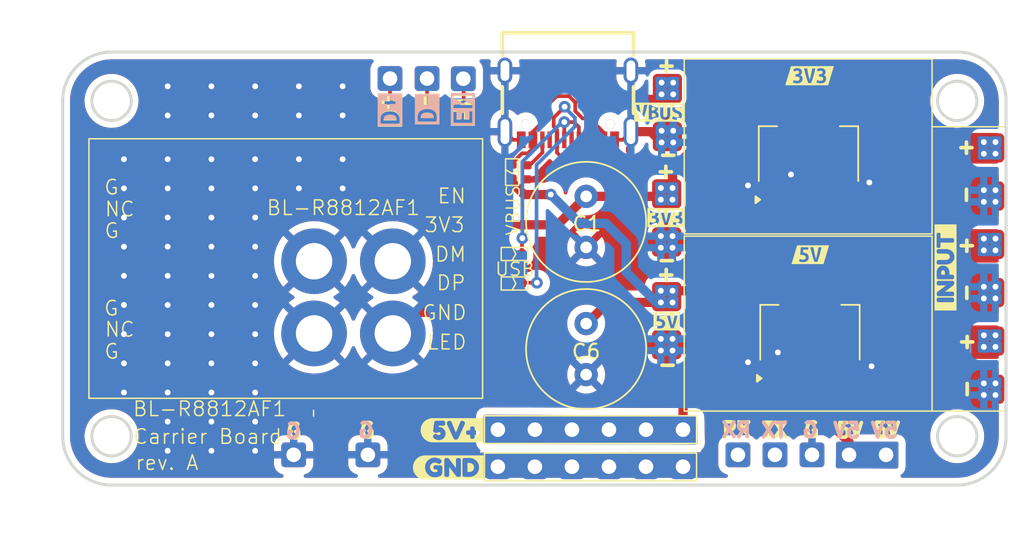
<source format=kicad_pcb>
(kicad_pcb (version 20240108) (generator "pcbnew") (generator_version "8.0")
  (title_block (title "BL-R8812AF1 Carrier Board") (date "2024-11-10") (rev "A") (company "Victor Krook"))
  (layers (0 "F.Cu" signal) (31 "B.Cu" signal) (34 "B.Paste" user) (35 "F.Paste" user) (36 "B.SilkS" user "B.Silkscreen") (37 "F.SilkS" user "F.Silkscreen") (38 "B.Mask" user) (39 "F.Mask" user) (44 "Edge.Cuts" user))
  (net 0 "")
  (net 1 "GND")
  (net 2 "+3V3")
  (net 3 "Net-(D2-A)")
  (net 4 "Net-(U3-LED)")
  (net 6 "PWR_DOWN")
  (net 7 "USB_DM-")
  (net 9 "USB_DP+")
  (net 10 "VBAT")
  (net 11 "+5V")
  (net 12 "VBUS")
  (net 13 "Net-(U1-CC2)")
  (net 14 "Net-(U1-CC1)")
  (net 17 "Net-(JP2-A)")
  (net 18 "Net-(JP3-A)")
  (net 19 "/TX0")
  (net 20 "/RX0")
  (footprint "custom:C_0603_1608Metric_NoSilk" (layer "F.Cu") (at 155.775 116.125 -90)
    (property "Reference" "C5" (hide yes))
    (property "Value" "10uF")
  )
  (footprint "custom:PinHeader_1x06_P2.54mm_Vertical_NoSilk_Rounded" (layer "F.Cu") (at 138.645 122.55 90)
    (property "Reference" "J7" (hide yes))
    (property "Value" "5V Rail" (hide yes))
  )
  (footprint "custom:Conn_2_Bat_2mm" (layer "F.Cu") (at 172.375 103.225)
    (property "Reference" "J4" (hide yes))
    (property "Value" "INPUT" (hide yes))
  )
  (footprint "kibuzzard-6730915D" (layer "F.Cu") (at 150.175 108)
    (property "Reference" "kibuzzard-6730915D" (hide yes))
    (property "Value" "G***" (hide yes))
  )
  (footprint "custom:BL-R8812AF1" (layer "F.Cu") (at 110.6 120.4 90)
    (property "Reference" "U3" (hide yes))
    (property "Value" "BL-R8812AF1" (hide yes))
  )
  (footprint "kibuzzard-6730916A" (layer "F.Cu") (at 160.025 98.275)
    (property "Reference" "kibuzzard-6730916A" (hide yes))
    (property "Value" "G***" (hide yes))
  )
  (footprint "custom:C_0603_1608Metric_NoSilk" (layer "F.Cu") (at 164.1 103.75 -90)
    (property "Reference" "C2" (hide yes))
    (property "Value" "10uF")
  )
  (footprint "custom:LED_0603_1608Metric_NoSilk" (layer "F.Cu") (at 126.255 121.425)
    (property "Reference" "D2" (hide yes))
    (property "Value" "RED")
  )
  (footprint "custom:C_0402_1005Metric_NoSilk" (layer "F.Cu") (at 128.605 121.425 180)
    (property "Reference" "R2" (hide yes))
    (property "Value" "1k" (hide yes))
  )
  (footprint "Package_TO_SOT_SMD:SOT-223-3_TabPin2" (layer "F.Cu") (at 160.05 115.9 90)
    (property "Reference" "U5" (hide yes))
    (property "Value" "AMS1117-5.0")
  )
  (footprint "kibuzzard-67308EFF" (layer "F.Cu") (at 133.8 100.55 90)
    (property "Reference" "kibuzzard-67308EFF" (hide yes))
    (property "Value" "G***" (hide yes))
  )
  (footprint "kibuzzard-672E2B4A" (layer "F.Cu") (at 160.075 110.55)
    (property "Reference" "kibuzzard-672E2B4A" (hide yes))
    (property "Value" "G***" (hide yes))
  )
  (footprint "Capacitor_THT:C_Radial_D8.0mm_H11.5mm_P3.50mm" (layer "F.Cu") (at 144.7 106.55 -90)
    (property "Reference" "C1")
    (property "Value" "470uF")
  )
  (footprint "custom:PinHeader_1x01_P2.54mm_Vertical_NoSilk_Rounded" (layer "F.Cu") (at 136.275 98.48)
    (property "Reference" "J11" (hide yes))
    (property "Value" "PWR ENABLE" (hide yes))
  )
  (footprint "custom:PinHeader_1x02_P2.54mm_Vertical_NoSilk_Rounded" (layer "F.Cu") (at 131.25 98.47 90)
    (property "Reference" "J10" (hide yes))
    (property "Value" "USB Pads" (hide yes))
  )
  (footprint "kibuzzard-6730913E" (layer "F.Cu") (at 149.7 100.775)
    (property "Reference" "kibuzzard-6730913E" (hide yes))
    (property "Value" "G***" (hide yes))
  )
  (footprint "custom:Conn_2_Bat_2mm" (layer "F.Cu") (at 172.375 116.475)
    (property "Reference" "J3" (hide yes))
    (property "Value" "INPUT" (hide yes))
  )
  (footprint "custom:C_0402_1005Metric_NoSilk" (layer "F.Cu") (at 140.65 104.9 90)
    (property "Reference" "R1" (hide yes))
    (property "Value" "5.11k" (hide yes))
  )
  (footprint "custom:Conn_2_Bat_2mm" (layer "F.Cu") (at 150.225 113.425)
    (property "Reference" "J5" (hide yes))
    (property "Value" "PWR_5V" (hide yes))
  )
  (footprint "custom:Conn_2_Bat_2mm" (layer "F.Cu") (at 150.275 99.15)
    (property "Reference" "J9" (hide yes))
    (property "Value" "PWR_VBUS" (hide yes))
  )
  (footprint "custom:PinHeader_1x02_P2.54mm_Vertical_NoSilk_Rounded" (layer "F.Cu") (at 155.11 124.275 90)
    (property "Reference" "J14" (hide yes))
    (property "Value" "PI_UART" (hide yes))
  )
  (footprint "easyeda2kicad:USB-SMD_GT-USB-7010AN" (layer "F.Cu") (at 143.45 100.3 180)
    (property "Reference" "U1" (hide yes))
    (property "Value" "GT-USB-7010AN")
  )
  (footprint "custom:C_0603_1608Metric_NoSilk" (layer "F.Cu") (at 164.25 116.3 -90)
    (property "Reference" "C4" (hide yes))
    (property "Value" "10uF")
  )
  (footprint "kibuzzard-67308EE8" (layer "F.Cu") (at 131.25 100.65 90)
    (property "Reference" "kibuzzard-67308EE8" (hide yes))
    (property "Value" "G***" (hide yes))
  )
  (footprint "kibuzzard-673096CA" (layer "F.Cu") (at 169.35 111.425 90)
    (property "Reference" "kibuzzard-673096CA" (hide yes))
    (property "Value" "G***" (hide yes))
  )
  (footprint "kibuzzard-67308F0B" (layer "F.Cu") (at 136.25 100.6 90)
    (property "Reference" "kibuzzard-67308F0B" (hide yes))
    (property "Value" "G***" (hide yes))
  )
  (footprint "custom:PinHeader_1x01_P2.54mm_Vertical_NoSilk_Rounded" (layer "F.Cu") (at 129.73 124.275 180)
    (property "Reference" "J13" (hide yes))
    (property "Value" "PI_GND" (hide yes))
  )
  (footprint "custom:C_0603_1608Metric_NoSilk" (layer "F.Cu") (at 155.8 103.95 -90)
    (property "Reference" "C3" (hide yes))
    (property "Value" "10uF")
  )
  (footprint "Package_TO_SOT_SMD:SOT-223-3_TabPin2" (layer "F.Cu") (at 159.95 103.65 90)
    (property "Reference" "U4" (hide yes))
    (property "Value" "AMS1117-3.3")
  )
  (footprint "Capacitor_THT:C_Radial_D8.0mm_H11.5mm_P3.50mm" (layer "F.Cu") (at 144.7 115.275 -90)
    (property "Reference" "C6")
    (property "Value" "470uF")
  )
  (footprint "custom:Conn_2_Bat_2mm" (layer "F.Cu") (at 150.225 106.375)
    (property "Reference" "J6" (hide yes))
    (property "Value" "PWR_3V3" (hide yes))
  )
  (footprint "custom:PinHeader_1x03_P2.54mm_Vertical_NoSilk_Rounded" (layer "F.Cu") (at 165.27 124.275 -90)
    (property "Reference" "J12" (hide yes))
    (property "Value" "PI_5V_GND" (hide yes))
  )
  (footprint "custom:PinHeader_1x01_P2.54mm_Vertical_NoSilk_Rounded" (layer "F.Cu") (at 124.64 124.275 180)
    (property "Reference" "J1" (hide yes))
    (property "Value" "PI_GND" (hide yes))
  )
  (footprint "custom:Solder_Bridge_SMD_Small" (layer "F.Cu") (at 139.625 104.85 -90)
    (property "Reference" "JP1" (hide yes))
    (property "Value" "Jumper_2_Small_Open")
  )
  (footprint "custom:Conn_2_Bat_2mm" (layer "F.Cu") (at 172.375 109.85)
    (property "Reference" "J2" (hide yes))
    (property "Value" "INPUT" (hide yes))
  )
  (footprint "kibuzzard-67309175" (layer "F.Cu") (at 150.225 115.1)
    (property "Reference" "kibuzzard-67309175" (hide yes))
    (property "Value" "G***" (hide yes))
  )
  (footprint "custom:PinHeader_1x06_P2.54mm_Vertical_NoSilk_Rounded" (layer "F.Cu") (at 138.645 125.09 90)
    (property "Reference" "J8" (hide yes))
    (property "Value" "GND Rail" (hide yes))
  )
  (footprint "custom:C_0402_1005Metric_NoSilk" (layer "F.Cu") (at 147.2 103.95 180)
    (property "Reference" "R4" (hide yes))
    (property "Value" "5.11k" (hide yes))
  )
  (footprint "kibuzzard-672F1164" (layer "F.Cu") (at 135.495 122.59)
    (property "Reference" "kibuzzard-672F1164" (hide yes))
    (property "Value" "G***" (hide yes))
  )
  (footprint "kibuzzard-672F1160" (layer "F.Cu") (at 135.245 125.14)
    (property "Reference" "kibuzzard-672F1160" (hide yes))
    (property "Value" "G***" (hide yes))
  )
  (footprint "custom:Solder_Bridge_SMD_Small" (layer "F.Cu") (at 139.825 112.5 180)
    (property "Reference" "JP3" (hide yes))
    (property "Value" "Jumper_2_Small_Open")
  )
  (footprint "custom:Solder_Bridge_SMD_Small" (layer "F.Cu") (at 139.825 110.5 180)
    (property "Reference" "JP2" (hide yes))
    (property "Value" "Jumper_2_Small_Open")
  )
  (footprint "kibuzzard-67308EE8" (layer "B.Cu") (at 131.25 100.61 90)
    (property "Reference" "kibuzzard-67308EE8" (hide yes))
    (property "Value" "G***" (hide yes))
  )
  (footprint "kibuzzard-67308F0B" (layer "B.Cu") (at 136.25 100.57 90)
    (property "Reference" "kibuzzard-67308F0B" (hide yes))
    (property "Value" "G***" (hide yes))
  )
  (footprint "kibuzzard-67308EFF" (layer "B.Cu") (at 133.8 100.57 90)
    (property "Reference" "kibuzzard-67308EFF" (hide yes))
    (property "Value" "G***" (hide yes))
  )
  (gr_rect (start 151.425 97.125) (end 168.425 109.125) (stroke (width 0.1)) (fill none) (layer "F.SilkS"))
  (gr_line (start 139.175 104.725) (end 139.625 104.975) (stroke (width 0.1)) (layer "F.SilkS"))
  (gr_line (start 139.875 110.5) (end 139.65 110.05) (stroke (width 0.1)) (layer "F.SilkS"))
  (gr_rect (start 138.875 110.05) (end 140.7 110.95) (stroke (width 0.1)) (fill none) (layer "F.SilkS"))
  (gr_line (start 173.4125 121.275) (end 168.4375 121.275) (stroke (width 0.1)) (layer "F.SilkS"))
  (gr_line (start 139.625 104.975) (end 140.075 104.75) (stroke (width 0.1)) (layer "F.SilkS"))
  (gr_rect (start 137.725 124.15) (end 152.275 126.05) (stroke (width 0.1)) (fill none) (layer "F.SilkS"))
  (gr_line (start 139.875 112.525) (end 139.65 112.075) (stroke (width 0.1)) (layer "F.SilkS"))
  (gr_rect (start 137.725 121.6) (end 152.275 123.5) (stroke (width 0.1)) (fill none) (layer "F.SilkS"))
  (gr_line (start 139.625 110.95) (end 139.875 110.5) (stroke (width 0.1)) (layer "F.SilkS"))
  (gr_rect (start 139.175 103.975) (end 140.075 105.8) (stroke (width 0.1)) (fill none) (layer "F.SilkS"))
  (gr_rect (start 151.425 109.275) (end 168.425 121.275) (stroke (width 0.1)) (fill none) (layer "F.SilkS"))
  (gr_rect (start 138.875 112.075) (end 140.7 112.975) (stroke (width 0.1)) (fill none) (layer "F.SilkS"))
  (gr_line (start 173.4 101.775) (end 168.425 101.775) (stroke (width 0.1)) (layer "F.SilkS"))
  (gr_line (start 139.625 112.975) (end 139.875 112.525) (stroke (width 0.1)) (layer "F.SilkS"))
  (gr_line (start 112.149999 126.349999) (end 170.15 126.349999) (stroke (width 0.2)) (layer "Edge.Cuts"))
  (gr_circle (center 112.15 122.999999) (end 113.5 122.999999) (stroke (width 0.2)) (fill none) (layer "Edge.Cuts"))
  (gr_arc (start 170.15 96.649999) (mid 172.518808 97.631191) (end 173.5 99.999999) (stroke (width 0.2)) (layer "Edge.Cuts"))
  (gr_arc (start 112.149999 126.349999) (mid 109.781192 125.368807) (end 108.8 123) (stroke (width 0.2)) (layer "Edge.Cuts"))
  (gr_circle (center 170.15 122.999999) (end 171.5 122.999999) (stroke (width 0.2)) (fill none) (layer "Edge.Cuts"))
  (gr_line (start 173.5 122.999999) (end 173.5 99.999999) (stroke (width 0.2)) (layer "Edge.Cuts"))
  (gr_line (start 108.8 100) (end 108.8 123) (stroke (width 0.2)) (layer "Edge.Cuts"))
  (gr_line (start 170.15 96.649999) (end 112.150001 96.649999) (stroke (width 0.2)) (layer "Edge.Cuts"))
  (gr_arc (start 173.5 122.999999) (mid 172.518808 125.368807) (end 170.15 126.349999) (stroke (width 0.2)) (layer "Edge.Cuts"))
  (gr_circle (center 170.15 99.999999) (end 171.5 99.999999) (stroke (width 0.2)) (fill none) (layer "Edge.Cuts"))
  (gr_arc (start 108.8 100) (mid 109.781193 97.631192) (end 112.150001 96.649999) (stroke (width 0.2)) (layer "Edge.Cuts"))
  (gr_circle (center 112.15 99.999999) (end 113.5 99.999999) (stroke (width 0.2)) (fill none) (layer "Edge.Cuts"))
  (gr_text "G" (at 125.29 123.24 -0) (layer "B.SilkS") (effects (font (size 1 1) (thickness 0.25) (bold yes)) (justify left bottom mirror)))
  (gr_text "G" (at 130.27 123.19 -0) (layer "B.SilkS") (effects (font (size 1 1) (thickness 0.25) (bold yes)) (justify left bottom mirror)))
  (gr_text "G" (at 160.73 123.16 -0) (layer "B.SilkS") (effects (font (size 1 1) (thickness 0.25) (bold yes)) (justify left bottom mirror)))
  (gr_text "5V" (at 166.24 123.19 -0) (layer "B.SilkS") (effects (font (size 1 1) (thickness 0.25) (bold yes)) (justify left bottom mirror)))
  (gr_text "TX" (at 158.61 123.19 -0) (layer "B.SilkS") (effects (font (size 1 1) (thickness 0.25) (bold yes)) (justify left bottom mirror)))
  (gr_text "RX" (at 156.14 123.16 -0) (layer "B.SilkS") (effects (font (size 1 1) (thickness 0.25) (bold yes)) (justify left bottom mirror)))
  (gr_text "5V" (at 163.65 123.19 -0) (layer "B.SilkS") (effects (font (size 1 1) (thickness 0.25) (bold yes)) (justify left bottom mirror)))
  (gr_text "G" (at 111.6 109.49 0) (layer "F.SilkS") (effects (font (size 1 1) (thickness 0.1)) (justify left bottom)))
  (gr_text "-" (at 171.35 120.55 90) (layer "F.SilkS") (effects (font (size 1 1) (thickness 0.25) (bold yes)) (justify left bottom)))
  (gr_text "G" (at 129.025 123.2 0) (layer "F.SilkS") (effects (font (size 1 1) (thickness 0.25) (bold yes)) (justify left bottom)))
  (gr_text "+" (at 170.05 117.05 0) (layer "F.SilkS") (effects (font (size 1 1) (thickness 0.25) (bold yes)) (justify left bottom)))
  (gr_text "EN" (at 134.44 107.11 0) (layer "F.SilkS") (effects (font (size 1 1) (thickness 0.1)) (justify left bottom)))
  (gr_text "rev. A" (at 113.72 125.4 0) (layer "F.SilkS") (effects (font (size 1 1) (thickness 0.1)) (justify left bottom)))
  (gr_text "RX" (at 153.875 123.15 0) (layer "F.SilkS") (effects (font (size 1 1) (thickness 0.25) (bold yes)) (justify left bottom)))
  (gr_text "VBUS" (at 140.225 109.3 90) (layer "F.SilkS") (effects (font (size 0.9 0.9) (thickness 0.1)) (justify left bottom)))
  (gr_text "NC" (at 111.62 116.26 0) (layer "F.SilkS") (effects (font (size 1 1) (thickness 0.1)) (justify left bottom)))
  (gr_text "+" (at 150.975 111.425 180) (layer "F.SilkS") (effects (font (size 1 1) (thickness 0.25) (bold yes)) (justify left bottom)))
  (gr_text "Carrier Board" (at 113.58 123.61 0) (layer "F.SilkS") (effects (font (size 1 1) (thickness 0.1)) (justify left bottom)))
  (gr_text "NC" (at 111.62 108.01 0) (layer "F.SilkS") (effects (font (size 1 1) (thickness 0.1)) (justify left bottom)))
  (gr_text "DM" (at 134.26 111.11 0) (layer "F.SilkS") (effects (font (size 1 1) (thickness 0.1)) (justify left bottom)))
  (gr_text "-" (at 149.5 118.65 0) (layer "F.SilkS") (effects (font (size 1 1) (thickness 0.25) (bold yes)) (justify left bottom)))
  (gr_text "BL-R8812AF1" (at 113.55 121.71 0) (layer "F.SilkS") (effects (font (size 1 1) (thickness 0.1)) (justify left bottom)))
  (gr_text "DP" (at 134.37 113.07 0) (layer "F.SilkS") (effects (font (size 1 1) (thickness 0.1)) (justify left bottom)))
  (gr_text "GND" (at 133.39 115.11 0) (layer "F.SilkS") (effects (font (size 1 1) (thickness 0.1)) (justify left bottom)))
  (gr_text "5V" (at 161.7 123.2 0) (layer "F.SilkS") (effects (font (size 1 1) (thickness 0.25) (bold yes)) (justify left bottom)))
  (gr_text "G" (at 124 123.25 0) (layer "F.SilkS") (effects (font (size 1 1) (thickness 0.25) (bold yes)) (justify left bottom)))
  (gr_text "G" (at 159.5 123.15 0) (layer "F.SilkS") (effects (font (size 1 1) (thickness 0.25) (bold yes)) (justify left bottom)))
  (gr_text "3V3" (at 133.54 109.09 0) (layer "F.SilkS") (effects (font (size 1 1) (thickness 0.1)) (justify left bottom)))
  (gr_text "USB" (at 138.4 112.075 0) (layer "F.SilkS") (effects (font (size 0.9 0.9) (thickness 0.1)) (justify left bottom)))
  (gr_text "+" (at 170 103.725 0) (layer "F.SilkS") (effects (font (size 1 1) (thickness 0.25) (bold yes)) (justify left bottom)))
  (gr_text "TX" (at 156.625 123.175 0) (layer "F.SilkS") (effects (font (size 1 1) (thickness 0.25) (bold yes)) (justify left bottom)))
  (gr_text "G" (at 111.59 117.77 0) (layer "F.SilkS") (effects (font (size 1 1) (thickness 0.1)) (justify left bottom)))
  (gr_text "-" (at 149.45 111.475 0) (layer "F.SilkS") (effects (font (size 1 1) (thickness 0.25) (bold yes)) (justify left bottom)))
  (gr_text "LED" (at 133.72 117.14 0) (layer "F.SilkS") (effects (font (size 1 1) (thickness 0.1)) (justify left bottom)))
  (gr_text "+" (at 151 97.1 180) (layer "F.SilkS") (effects (font (size 1 1) (thickness 0.25) (bold yes)) (justify left bottom)))
  (gr_text "5V" (at 164.225 123.175 0) (layer "F.SilkS") (effects (font (size 1 1) (thickness 0.25) (bold yes)) (justify left bottom)))
  (gr_text "G" (at 111.57 114.81 0) (layer "F.SilkS") (effects (font (size 1 1) (thickness 0.1)) (justify left bottom)))
  (gr_text "-" (at 171.325 113.95 90) (layer "F.SilkS") (effects (font (size 1 1) (thickness 0.25) (bold yes)) (justify left bottom)))
  (gr_text "+" (at 170.025 110.45 0) (layer "F.SilkS") (effects (font (size 1 1) (thickness 0.25) (bold yes)) (justify left bottom)))
  (gr_text "-" (at 149.55 104.25 0) (layer "F.SilkS") (effects (font (size 1 1) (thickness 0.25) (bold yes)) (justify left bottom)))
  (gr_text "G" (at 111.58 106.51 0) (layer "F.SilkS") (effects (font (size 1 1) (thickness 0.1)) (justify left bottom)))
  (gr_text "-" (at 171.3 107.225 90) (layer "F.SilkS") (effects (font (size 1 1) (thickness 0.25) (bold yes)) (justify left bottom)))
  (gr_text "+" (at 150.95 104.35 180) (layer "F.SilkS") (effects (font (size 1 1) (thickness 0.25) (bold yes)) (justify left bottom)))
  (segment (start 157.65 106.15) (end 158.75 105.05) (width 0.635) (layer "F.Cu") (net 1))
  (segment (start 155.775 117.9) (end 155.8 117.925) (width 0.635) (layer "F.Cu") (net 1))
  (segment (start 139.69 102.67) (end 139.13 102.11) (width 0.254) (layer "F.Cu") (net 1))
  (segment (start 164.1 105.575) (end 164.125 105.6) (width 0.635) (layer "F.Cu") (net 1))
  (segment (start 146.65 102.67) (end 147.21 102.67) (width 0.254) (layer "F.Cu") (net 1))
  (segment (start 164.25 117.075) (end 164.25 118.175) (width 0.635) (layer "F.Cu") (net 1))
  (segment (start 157.75 117.35) (end 157.85 117.25) (width 0.635) (layer "F.Cu") (net 1))
  (segment (start 137.550001 114.500001) (end 132.890999 114.500001) (width 0.635) (layer "F.Cu") (net 1))
  (segment (start 164.25 118.175) (end 164.275 118.2) (width 0.635) (layer "F.Cu") (net 1))
  (segment (start 157.65 106.8) (end 157.65 106.15) (width 0.635) (layer "F.Cu") (net 1))
  (segment (start 140.25 102.67) (end 139.69 102.67) (width 0.254) (layer "F.Cu") (net 1))
  (segment (start 132.890999 114.500001) (end 131.441 115.95) (width 0.635) (layer "F.Cu") (net 1))
  (segment (start 155.8 104.725) (end 155.8 105.8) (width 0.635) (layer "F.Cu") (net 1))
  (segment (start 149.135 102.11) (end 147.77 102.11) (width 0.635) (layer "F.Cu") (net 1))
  (segment (start 155.775 116.9) (end 155.775 117.9) (width 0.635) (layer "F.Cu") (net 1))
  (segment (start 164.1 104.525) (end 164.1 105.575) (width 0.635) (layer "F.Cu") (net 1))
  (segment (start 147.21 102.67) (end 147.77 102.11) (width 0.254) (layer "F.Cu") (net 1))
  (segment (start 149.875 102.85) (end 149.135 102.11) (width 0.635) (layer "F.Cu") (net 1))
  (segment (start 157.75 119.05) (end 157.75 117.35) (width 0.635) (layer "F.Cu") (net 1))
  (via (at 122 101) (size 0.8) (drill 0.4) (layers "F.Cu" "B.Cu") (net 1))
  (via (at 128 106) (size 0.8) (drill 0.4) (layers "F.Cu" "B.Cu") (net 1))
  (via (at 116 112) (size 0.8) (drill 0.4) (layers "F.Cu" "B.Cu") (net 1))
  (via (at 116 120) (size 0.8) (drill 0.4) (layers "F.Cu" "B.Cu") (net 1))
  (via (at 119 116) (size 0.8) (drill 0.4) (layers "F.Cu" "B.Cu") (net 1))
  (via (at 119 114) (size 0.8) (drill 0.4) (layers "F.Cu" "B.Cu") (net 1))
  (via (at 122 120) (size 0.8) (drill 0.4) (layers "F.Cu" "B.Cu") (net 1))
  (via (at 119 99) (size 0.8) (drill 0.4) (layers "F.Cu" "B.Cu") (net 1))
  (via (at 113 104) (size 0.8) (drill 0.4) (layers "F.Cu" "B.Cu") (net 1))
  (via (at 122 122) (size 0.8) (drill 0.4) (layers "F.Cu" "B.Cu") (net 1))
  (via (at 116 110) (size 0.8) (drill 0.4) (layers "F.Cu" "B.Cu") (net 1))
  (via (at 122 118) (size 0.8) (drill 0.4) (layers "F.Cu" "B.Cu") (net 1))
  (via (at 122 108) (size 0.8) (drill 0.4) (layers "F.Cu" "B.Cu") (net 1))
  (via (at 113 106) (size 0.8) (drill 0.4) (layers "F.Cu" "B.Cu") (net 1))
  (via (at 122 124) (size 0.8) (drill 0.4) (layers "F.Cu" "B.Cu") (net 1))
  (via (at 113 120) (size 0.8) (drill 0.4) (layers "F.Cu" "B.Cu") (net 1))
  (via (at 113 108) (size 0.8) (drill 0.4) (layers "F.Cu" "B.Cu") (net 1))
  (via (at 119 118) (size 0.8) (drill 0.4) (layers "F.Cu" "B.Cu") (net 1))
  (via (at 116 118) (size 0.8) (drill 0.4) (layers "F.Cu" "B.Cu") (net 1))
  (via (at 119 104) (size 0.8) (drill 0.4) (layers "F.Cu" "B.Cu") (net 1))
  (via (at 122 99) (size 0.8) (drill 0.4) (layers "F.Cu" "B.Cu") (net 1))
  (via (at 116 104) (size 0.8) (drill 0.4) (layers "F.Cu" "B.Cu") (net 1))
  (via (at 155.8 105.8) (size 0.8) (drill 0.4) (layers "F.Cu" "B.Cu") (net 1))
  (via (at 116 106) (size 0.8) (drill 0.4) (layers "F.Cu" "B.Cu") (net 1))
  (via (at 119 106) (size 0.8) (drill 0.4) (layers "F.Cu" "B.Cu") (net 1))
  (via (at 119 110) (size 0.8) (drill 0.4) (layers "F.Cu" "B.Cu") (net 1))
  (via (at 122 104) (size 0.8) (drill 0.4) (layers "F.Cu" "B.Cu") (net 1))
  (via (at 116 99) (size 0.8) (drill 0.4) (layers "F.Cu" "B.Cu") (net 1))
  (via (at 119 108) (size 0.8) (drill 0.4) (layers "F.Cu" "B.Cu") (net 1))
  (via (at 119 122) (size 0.8) (drill 0.4) (layers "F.Cu" "B.Cu") (net 1))
  (via (at 113 110) (size 0.8) (drill 0.4) (layers "F.Cu" "B.Cu") (net 1))
  (via (at 113 116) (size 0.8) (drill 0.4) (layers "F.Cu" "B.Cu") (net 1))
  (via (at 164.275 118.2) (size 0.8) (drill 0.4) (layers "F.Cu" "B.Cu") (net 1))
  (via (at 116 116) (size 0.8) (drill 0.4) (layers "F.Cu" "B.Cu") (net 1))
  (via (at 122 112) (size 0.8) (drill 0.4) (layers "F.Cu" "B.Cu") (net 1))
  (via (at 125 106) (size 0.8) (drill 0.4) (layers "F.Cu" "B.Cu") (net 1))
  (via (at 119 120) (size 0.8) (drill 0.4) (layers "F.Cu" "B.Cu") (net 1))
  (via (at 122 116) (size 0.8) (drill 0.4) (layers "F.Cu" "B.Cu") (net 1))
  (via (at 113 112) (size 0.8) (drill 0.4) (layers "F.Cu" "B.Cu") (net 1))
  (via (at 119 124) (size 0.8) (drill 0.4) (layers "F.Cu" "B.Cu") (net 1))
  (via (at 122 114) (size 0.8) (drill 0.4) (layers "F.Cu" "B.Cu") (net 1))
  (via (at 128 101) (size 0.8) (drill 0.4) (layers "F.Cu" "B.Cu") (net 1))
  (via (at 157.85 117.25) (size 0.8) (drill 0.4) (layers "F.Cu" "B.Cu") (net 1))
  (via (at 158.75 105.05) (size 0.8) (drill 0.4) (layers "F.Cu" "B.Cu") (net 1))
  (via (at 119 112) (size 0.8) (drill 0.4) (layers "F.Cu" "B.Cu") (net 1))
  (via (at 155.8 117.925) (size 0.8) (drill 0.4) (layers "F.Cu" "B.Cu") (net 1))
  (via (at 113 118) (size 0.8) (drill 0.4) (layers "F.Cu" "B.Cu") (net 1))
  (via (at 116 108) (size 0.8) (drill 0.4) (layers "F.Cu" "B.Cu") (net 1))
  (via (at 125 104) (size 0.8) (drill 0.4) (layers "F.Cu" "B.Cu") (net 1))
  (via (at 128 104) (size 0.8) (drill 0.4) (layers "F.Cu" "B.Cu") (net 1))
  (via (at 116 122) (size 0.8) (drill 0.4) (layers "F.Cu" "B.Cu") (net 1))
  (via (at 122 106) (size 0.8) (drill 0.4) (layers "F.Cu" "B.Cu") (net 1))
  (via (at 128 99) (size 0.8) (drill 0.4) (layers "F.Cu" "B.Cu") (net 1))
  (via (at 116 101) (size 0.8) (drill 0.4) (layers "F.Cu" "B.Cu") (net 1))
  (via (at 119 101) (size 0.8) (drill 0.4) (layers "F.Cu" "B.Cu") (net 1))
  (via (at 116 124) (size 0.8) (drill 0.4) (layers "F.Cu" "B.Cu") (net 1))
  (via (at 125 101) (size 0.8) (drill 0.4) (layers "F.Cu" "B.Cu") (net 1))
  (via (at 125 99) (size 0.8) (drill 0.4) (layers "F.Cu" "B.Cu") (net 1))
  (via (at 164.125 105.6) (size 0.8) (drill 0.4) (layers "F.Cu" "B.Cu") (net 1))
  (via (at 116 114) (size 0.8) (drill 0.4) (layers "F.Cu" "B.Cu") (net 1))
  (via (at 113 114) (size 0.8) (drill 0.4) (layers "F.Cu" "B.Cu") (net 1))
  (via (at 122 110) (size 0.8) (drill 0.4) (layers "F.Cu" "B.Cu") (net 1))
  (segment (start 152.15 103.175) (end 155.8 103.175) (width 0.635) (layer "F.Cu") (net 2))
  (segment (start 144.7 106.55) (end 149.6 106.55) (width 0.635) (layer "F.Cu") (net 2))
  (segment (start 150.625 104.7) (end 152.15 103.175) (width 0.635) (layer "F.Cu") (net 2))
  (segment (start 142.75 108.5) (end 144.7 106.55) (width 0.635) (layer "F.Cu") (net 2))
  (segment (start 137.550002 108.5) (end 142.75 108.5) (width 0.635) (layer "F.Cu") (net 2))
  (segment (start 155.8 103.175) (end 159.95 103.175) (width 0.635) (layer "F.Cu") (net 2))
  (segment (start 159.95 106.8) (end 159.95 100.5) (width 0.635) (layer "F.Cu") (net 2))
  (segment (start 159.95 103.175) (end 159.95 100.5) (width 0.635) (layer "F.Cu") (net 2))
  (segment (start 150.625 105.975) (end 150.625 104.7) (width 0.635) (layer "F.Cu") (net 2))
  (segment (start 149.6 106.55) (end 149.825 106.775) (width 0.635) (layer "F.Cu") (net 2))
  (segment (start 128.125 121.425) (end 127.0425 121.425) (width 0.254) (layer "F.Cu") (net 3))
  (segment (start 129.185 121.325) (end 129.085 121.425) (width 0.254) (layer "F.Cu") (net 4))
  (segment (start 137.550001 116.524999) (end 132.75 121.325) (width 0.254) (layer "F.Cu") (net 4))
  (segment (start 132.75 121.325) (end 129.185 121.325) (width 0.254) (layer "F.Cu") (net 4))
  (segment (start 137.550001 116.500001) (end 137.550001 116.524999) (width 0.254) (layer "F.Cu") (net 4))
  (segment (start 137.550001 106.5) (end 136.3 105.249999) (width 0.254) (layer "F.Cu") (net 6))
  (segment (start 136.3 98.505) (end 136.275 98.48) (width 0.254) (layer "F.Cu") (net 6))
  (segment (start 136.3 105.249999) (end 136.3 98.505) (width 0.254) (layer "F.Cu") (net 6))
  (segment (start 137.550001 110.5) (end 137.2 110.5) (width 0.254) (layer "F.Cu") (net 7))
  (segment (start 137.550001 110.5) (end 139.34 110.5) (width 0.254) (layer "F.Cu") (net 7))
  (segment (start 137.2 110.5) (end 133.79 107.09) (width 0.254) (layer "F.Cu") (net 7))
  (segment (start 133.79 107.09) (end 133.79 98.47) (width 0.254) (layer "F.Cu") (net 7))
  (segment (start 139.34 112.5) (end 137.550001 112.5) (width 0.254) (layer "F.Cu") (net 9))
  (segment (start 131.25 106.25) (end 131.25 98.47) (width 0.254) (layer "F.Cu") (net 9))
  (segment (start 137.5 112.5) (end 131.25 106.25) (width 0.254) (layer "F.Cu") (net 9))
  (segment (start 137.550001 112.5) (end 137.5 112.5) (width 0.254) (layer "F.Cu") (net 9))
  (segment (start 169.65 110.25) (end 169.65 103.225) (width 0.635) (layer "F.Cu") (net 10))
  (segment (start 162.35 116.85) (end 163.675 115.525) (width 0.635) (layer "F.Cu") (net 10))
  (segment (start 172.375 103.225) (end 169.65 103.225) (width 0.635) (layer "F.Cu") (net 10))
  (segment (start 162.25 103.975) (end 163.25 102.975) (width 0.635) (layer "F.Cu") (net 10))
  (segment (start 169.65 110.25) (end 171.975 110.25) (width 0.635) (layer "F.Cu") (net 10))
  (segment (start 162.25 106.8) (end 162.25 103.975) (width 0.635) (layer "F.Cu") (net 10))
  (segment (start 163.675 115.525) (end 164.25 115.525) (width 0.635) (layer "F.Cu") (net 10))
  (segment (start 171.975 116.075) (end 169.65 116.075) (width 0.635) (layer "F.Cu") (net 10))
  (segment (start 169.65 116.075) (end 169.65 110.25) (width 0.635) (layer "F.Cu") (net 10))
  (segment (start 169.65 103.225) (end 164.35 103.225) (width 0.635) (layer "F.Cu") (net 10))
  (segment (start 162.35 119.05) (end 162.35 116.85) (width 0.635) (layer "F.Cu") (net 10))
  (segment (start 169.65 116.075) (end 164.8 116.075) (width 0.635) (layer "F.Cu") (net 10))
  (segment (start 164.8 116.075) (end 164.25 115.525) (width 0.635) (layer "F.Cu") (net 10))
  (segment (start 163.25 102.975) (end 164.1 102.975) (width 0.635) (layer "F.Cu") (net 10))
  (segment (start 164.35 103.225) (end 164.1 102.975) (width 0.635) (layer "F.Cu") (net 10))
  (segment (start 155.775 115.35) (end 154.6 115.35) (width 0.635) (layer "F.Cu") (net 11))
  (segment (start 146.2 113.825) (end 149.825 113.825) (width 0.635) (layer "F.Cu") (net 11))
  (segment (start 162.73 124.275) (end 162.73 123.405) (width 0.635) (layer "F.Cu") (net 11))
  (segment (start 144.7 115.275) (end 144.75 115.275) (width 0.635) (layer "F.Cu") (net 11))
  (segment (start 140.435001 106.425) (end 139.625 105.614999) (width 0.635) (layer "F.Cu") (net 11))
  (segment (start 160.05 120.725) (end 160.05 119.05) (width 0.635) (layer "F.Cu") (net 11))
  (segment (start 154.6 115.35) (end 152.275 113.025) (width 0.635) (layer "F.Cu") (net 11))
  (segment (start 139.625 105.614999) (end 139.625 105.335) (width 0.635) (layer "F.Cu") (net 11))
  (segment (start 154.875 115.35) (end 151.345 118.88) (width 0.635) (layer "F.Cu") (net 11))
  (segment (start 162.73 123.405) (end 160.05 120.725) (width 0.635) (layer "F.Cu") (net 11))
  (segment (start 144.75 115.275) (end 146.2 113.825) (width 0.635) (layer "F.Cu") (net 11))
  (segment (start 155.775 115.35) (end 154.875 115.35) (width 0.635) (layer "F.Cu") (net 11))
  (segment (start 142.275 106.425) (end 140.435001 106.425) (width 0.635) (layer "F.Cu") (net 11))
  (segment (start 152.275 113.025) (end 150.625 113.025) (width 0.635) (layer "F.Cu") (net 11))
  (segment (start 151.345 118.88) (end 151.345 122.55) (width 0.635) (layer "F.Cu") (net 11))
  (via (at 142.275 106.425) (size 0.8) (drill 0.4) (layers "F.Cu" "B.Cu") (net 11))
  (segment (start 147.45 111.75) (end 149.525 113.825) (width 0.635) (layer "B.Cu") (net 11))
  (segment (start 142.275 106.425) (end 144.25 108.4) (width 0.635) (layer "B.Cu") (net 11))
  (segment (start 144.25 108.4) (end 146.05 108.4) (width 0.635) (layer "B.Cu") (net 11))
  (segment (start 149.525 113.825) (end 149.825 113.825) (width 0.635) (layer "B.Cu") (net 11))
  (segment (start 146.05 108.4) (end 147.45 109.8) (width 0.635) (layer "B.Cu") (net 11))
  (segment (start 147.45 109.8) (end 147.45 111.75) (width 0.635) (layer "B.Cu") (net 11))
  (segment (start 144.937222 101.2) (end 144.45 101.2) (width 0.254) (layer "F.Cu") (net 12))
  (segment (start 143.526134 99.675) (end 142.682222 99.675) (width 0.254) (layer "F.Cu") (net 12))
  (segment (start 143.952 100.100866) (end 143.526134 99.675) (width 0.254) (layer "F.Cu") (net 12))
  (segment (start 141.05 103.25) (end 140.7 103.6) (width 0.254) (layer "F.Cu") (net 12))
  (segment (start 140.7 103.6) (end 140.3 103.6) (width 0.254) (layer "F.Cu") (net 12))
  (segment (start 142 101.162778) (end 141.05 102.112778) (width 0.254) (layer "F.Cu") (net 12))
  (segment (start 140.3 103.6) (end 139.625 104.275) (width 0.254) (layer "F.Cu") (net 12))
  (segment (start 145.85 102.112778) (end 144.937222 101.2) (width 0.254) (layer "F.Cu") (net 12))
  (segment (start 142.682222 99.675) (end 142 100.357222) (width 0.254) (layer "F.Cu") (net 12))
  (segment (start 141.05 102.112778) (end 141.05 102.67) (width 0.254) (layer "F.Cu") (net 12))
  (segment (start 141.05 102.67) (end 141.05 103.25) (width 0.254) (layer "F.Cu") (net 12))
  (segment (start 145.85 102.67) (end 145.85 102.112778) (width 0.254) (layer "F.Cu") (net 12))
  (segment (start 139.625 104.275) (end 139.625 104.375) (width 0.254) (layer "F.Cu") (net 12))
  (segment (start 149.875 99.55) (end 149.525 99.9) (width 0.635) (layer "F.Cu") (net 12))
  (segment (start 144.45 101.2) (end 143.952 100.702) (width 0.254) (layer "F.Cu") (net 12))
  (segment (start 142 100.357222) (end 142 101.162778) (width 0.254) (layer "F.Cu") (net 12))
  (segment (start 149.525 99.9) (end 146.237222 99.9) (width 0.635) (layer "F.Cu") (net 12))
  (segment (start 146.237222 99.9) (end 144.937222 101.2) (width 0.635) (layer "F.Cu") (net 12))
  (segment (start 143.952 100.702) (end 143.952 100.100866) (width 0.254) (layer "F.Cu") (net 12))
  (segment (start 140.829 104.42) (end 140.65 104.42) (width 0.254) (layer "F.Cu") (net 13))
  (segment (start 141.7 102.67) (end 141.7 103.549) (width 0.254) (layer "F.Cu") (net 13))
  (segment (start 141.7 103.549) (end 140.829 104.42) (width 0.254) (layer "F.Cu") (net 13))
  (segment (start 146.72 103.95) (end 145.101 103.95) (width 0.254) (layer "F.Cu") (net 14))
  (segment (start 144.7 103.549) (end 144.7 102.67) (width 0.254) (layer "F.Cu") (net 14))
  (segment (start 145.101 103.95) (end 144.7 103.549) (width 0.254) (layer "F.Cu") (net 14))
  (segment (start 144.2 101.791) (end 144.2 102.67) (width 0.254) (layer "F.Cu") (net 17))
  (segment (start 140.3 109.4425) (end 140.3 110.5) (width 0.254) (layer "F.Cu") (net 17))
  (segment (start 143.2 101.459918) (end 143.2 102.67) (width 0.254) (layer "F.Cu") (net 17))
  (segment (start 143.203959 101.455959) (end 143.864959 101.455959) (width 0.254) (layer "F.Cu") (net 17))
  (segment (start 143.864959 101.455959) (end 144.2 101.791) (width 0.254) (layer "F.Cu") (net 17))
  (segment (start 140.325 109.4175) (end 140.3 109.4425) (width 0.254) (layer "F.Cu") (net 17))
  (segment (start 143.203959 101.455959) (end 143.2 101.459918) (width 0.254) (layer "F.Cu") (net 17))
  (via (at 143.203959 101.455959) (size 0.8) (drill 0.4) (layers "F.Cu" "B.Cu") (net 17))
  (via (at 140.325 109.4175) (size 0.8) (drill 0.4) (layers "F.Cu" "B.Cu") (net 17))
  (segment (start 143.203959 101.455959) (end 143.044041 101.455959) (width 0.254) (layer "B.Cu") (net 17))
  (segment (start 143.044041 101.455959) (end 140.325 104.175) (width 0.254) (layer "B.Cu") (net 17))
  (segment (start 140.325 104.175) (end 140.325 109.4175) (width 0.254) (layer "B.Cu") (net 17))
  (segment (start 142.926 103.775) (end 143.474 103.775) (width 0.254) (layer "F.Cu") (net 18))
  (segment (start 143.474 103.775) (end 143.7 103.549) (width 0.254) (layer "F.Cu") (net 18))
  (segment (start 142.7 102.67) (end 142.7 103.549) (width 0.254) (layer "F.Cu") (net 18))
  (segment (start 142.476959 101.154825) (end 142.476959 101.757093) (width 0.254) (layer "F.Cu") (net 18))
  (segment (start 143.7 103.549) (end 143.7 102.67) (width 0.254) (layer "F.Cu") (net 18))
  (segment (start 142.7 101.980134) (end 142.7 102.67) (width 0.254) (layer "F.Cu") (net 18))
  (segment (start 143.225 100.406784) (end 142.476959 101.154825) (width 0.254) (layer "F.Cu") (net 18))
  (segment (start 140.325 112.475) (end 140.3 112.5) (width 0.254) (layer "F.Cu") (net 18))
  (segment (start 142.7 103.549) (end 142.926 103.775) (width 0.254) (layer "F.Cu") (net 18))
  (segment (start 141.325 112.475) (end 140.325 112.475) (width 0.254) (layer "F.Cu") (net 18))
  (segment (start 142.476959 101.757093) (end 142.7 101.980134) (width 0.254) (layer "F.Cu") (net 18))
  (segment (start 143.225 100.402) (end 143.225 100.406784) (width 0.254) (layer "F.Cu") (net 18))
  (via (at 141.325 112.475) (size 0.8) (drill 0.4) (layers "F.Cu" "B.Cu") (net 18))
  (via (at 143.225 100.402) (size 0.8) (drill 0.4) (layers "F.Cu" "B.Cu") (net 18))
  (segment (start 141.3 104.388052) (end 141.3 112.45) (width 0.254) (layer "B.Cu") (net 18))
  (segment (start 143.930959 101.154825) (end 143.930959 101.757093) (width 0.254) (layer "B.Cu") (net 18))
  (segment (start 141.3 112.45) (end 141.325 112.475) (width 0.254) (layer "B.Cu") (net 18))
  (segment (start 143.225 100.402) (end 143.225 100.448866) (width 0.254) (layer "B.Cu") (net 18))
  (segment (start 143.225 100.448866) (end 143.930959 101.154825) (width 0.254) (layer "B.Cu") (net 18))
  (segment (start 143.930959 101.757093) (end 141.3 104.388052) (width 0.254) (layer "B.Cu") (net 18))
  (zone (net 11) (net_name "+5V") (layer "F.Cu") (priority 6) (connect_pads yes (clearance 0.5)) (min_thickness 0.25) (fill yes (thermal_gap 0.5) (thermal_bridge_width 0.5))
    (polygon (pts (xy 155.1 114.6) (xy 155.1 116.1) (xy 159.3 116.1) (xy 159.3 114.6)))
  )
  (zone (net 1) (net_name "GND") (layer "F.Cu") (priority 4) (connect_pads yes (clearance 0.5)) (min_thickness 0.25) (fill yes (thermal_gap 0.5) (thermal_bridge_width 0.5))
    (polygon (pts (xy 171 118.4) (xy 171 121.2) (xy 173.6 121.2) (xy 173.6 118.4)))
  )
  (zone (net 2) (net_name "+3V3") (layer "F.Cu") (priority 5) (connect_pads yes (clearance 0.5)) (min_thickness 0.25) (fill yes (thermal_gap 0.5) (thermal_bridge_width 0.5))
    (polygon (pts (xy 160.9 101.8) (xy 162.3 101.8) (xy 162.3 99.2) (xy 157.6 99.2) (xy 157.6 101.7) (xy 159 101.7) (xy 159 107.9) (xy 160.9 107.9) (xy 160.9 107.6)))
  )
  (zone (net 1) (net_name "GND") (layer "F.Cu") (priority 4) (connect_pads yes (clearance 0.5)) (min_thickness 0.25) (fill yes (thermal_gap 0.5) (thermal_bridge_width 0.5))
    (polygon (pts (xy 170.8 105.1) (xy 170.8 107.9) (xy 173.4 107.9) (xy 173.4 105.1)))
  )
  (zone (net 2) (net_name "+3V3") (layer "F.Cu") (priority 6) (connect_pads yes (clearance 0.5)) (min_thickness 0.25) (fill yes (thermal_gap 0.5) (thermal_bridge_width 0.5))
    (polygon (pts (xy 154.9 102.3) (xy 154.9 103.8) (xy 159.1 103.8) (xy 159.1 102.3)))
  )
  (zone (net 11) (net_name "+5V") (layer "F.Cu") (priority 5) (connect_pads yes (clearance 0.5)) (min_thickness 0.25) (fill yes (thermal_gap 0.5) (thermal_bridge_width 0.5))
    (polygon (pts (xy 161.1 114.1) (xy 162.5 114.1) (xy 162.5 111.5) (xy 157.8 111.5) (xy 157.8 114) (xy 159.2 114) (xy 159.2 120.2) (xy 161.1 120.2) (xy 161.1 119.9)))
  )
  (zone (net 10) (net_name "VBAT") (layer "F.Cu") (priority 3) (connect_pads yes (clearance 0.5)) (min_thickness 0.25) (fill yes (thermal_gap 0.5) (thermal_bridge_width 0.5))
    (polygon (pts (xy 163.5 102.2) (xy 163.5 103.7) (xy 169.3 103.7) (xy 169.3 115.1) (xy 163.7 115.1) (xy 163.7 116.4) (xy 171.1 116.4) (xy 171.1 117.7) (xy 173.4 117.7) (xy 173.4 115.4) (xy 170.4 115.4) (xy 170.5 111.1) (xy 173.4 111.1) (xy 173.4 108.8) (xy 170.4 108.8) (xy 170.4 104.3) (xy 173.4 104.3) (xy 173.4 102.2)))
  )
  (zone (net 1) (net_name "GND") (layer "F.Cu") (priority 4) (connect_pads yes (clearance 0.5)) (min_thickness 0.25) (fill yes (thermal_gap 0.5) (thermal_bridge_width 0.5))
    (polygon (pts (xy 170.9 111.8) (xy 170.9 114.6) (xy 173.5 114.6) (xy 173.5 111.8)))
  )
  (zone (net 1) (net_name "GND") (layers "F&B.Cu") (connect_pads (clearance 0.5)) (min_thickness 0.25) (fill yes (thermal_gap 0.5) (thermal_bridge_width 0.5))
    (polygon (pts (xy 104.5 94.6) (xy 106.4 127.25) (xy 174.3 127.2) (xy 174.75 95.35) (xy 104.5 94.65)))
  )
  (zone (net 11) (net_name "+5V") (layers "F&B.Cu") (priority 1) (connect_pads yes (clearance 0.5)) (min_thickness 0.25) (fill yes (thermal_gap 0.5) (thermal_bridge_width 0.5))
    (polygon (pts (xy 137.65 121.525) (xy 137.65 123.525) (xy 152.35 123.575) (xy 152.3 121.575)))
  )
  (zone (net 1) (net_name "GND") (layers "F&B.Cu") (priority 1) (connect_pads yes (clearance 0.5)) (min_thickness 0.25) (fill yes (thermal_gap 0.5) (thermal_bridge_width 0.5))
    (polygon (pts (xy 137.15 124.125) (xy 137.1 126.15) (xy 152.875 126.2) (xy 152.875 124.1)))
  )
  (zone (net 11) (net_name "+5V") (layers "F&B.Cu") (priority 2) (connect_pads yes (clearance 0.5)) (min_thickness 0.25) (fill yes (thermal_gap 0.5) (thermal_bridge_width 0.5))
    (polygon (pts (xy 161.85 123.375) (xy 161.825 125.2) (xy 166.1 125.225) (xy 166.125 123.375) (xy 161.85 123.375)))
  )
)
</source>
